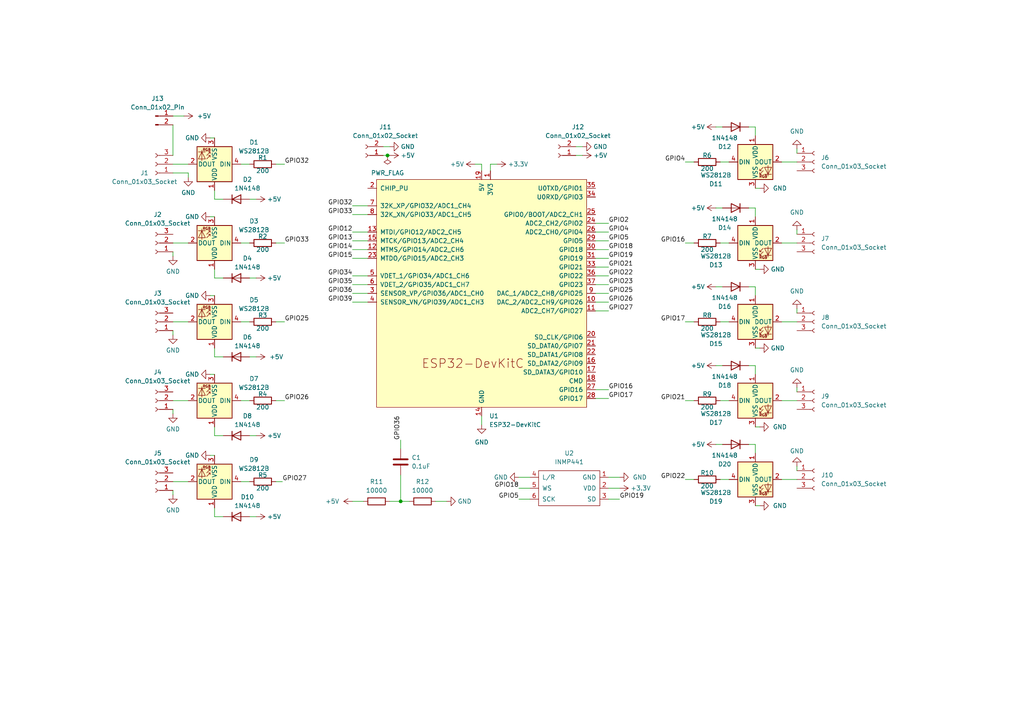
<source format=kicad_sch>
(kicad_sch (version 20230121) (generator eeschema)
  (paper "A4")
  (title_block (title "Phonic Bloom") (date "2024-12-21") (rev "1") (company "Brandon Skari") (comment 1 "https://github.com/bskari/apogaea/piddle/"))
  (lib_symbols
    (symbol "Connector:Conn_01x02_Pin" (pin_names (offset 1.016) hide)
      (property "Reference" "J" (at 0 2.54 0))
      (property "Value" "Conn_01x02_Pin" (at 0 -5.08 0))
      (symbol "Conn_01x02_Pin_1_1"
        (polyline (pts (xy 1.27 -2.54) (xy 0.8636 -2.54)) (stroke (width 0.1524)))
        (polyline (pts (xy 1.27 0) (xy 0.8636 0)) (stroke (width 0.1524)))
        (rectangle (start 0.8636 -2.413) (end 0 -2.667) (stroke (width 0.1524)) (fill (type outline)))
        (rectangle (start 0.8636 0.127) (end 0 -0.127) (stroke (width 0.1524)) (fill (type outline)))
        (pin passive line (at 5.08 0 180) (length 3.81) (name "Pin_1") (number "1"))
        (pin passive line (at 5.08 -2.54 180) (length 3.81) (name "Pin_2") (number "2"))
      )
    )
    (symbol "Connector:Conn_01x02_Socket" (pin_names (offset 1.016) hide)
      (property "Reference" "J" (at 0 2.54 0))
      (property "Value" "Conn_01x02_Socket" (at 0 -5.08 0))
      (symbol "Conn_01x02_Socket_1_1"
        (arc (start 0 -2.032) (mid -0.5058 -2.54) (end 0 -3.048) (stroke (width 0.1524)))
        (polyline (pts (xy -1.27 -2.54) (xy -0.508 -2.54)) (stroke (width 0.1524)))
        (polyline (pts (xy -1.27 0) (xy -0.508 0)) (stroke (width 0.1524)))
        (arc (start 0 0.508) (mid -0.5058 0) (end 0 -0.508) (stroke (width 0.1524)))
        (pin passive line (at -5.08 0 0) (length 3.81) (name "Pin_1") (number "1"))
        (pin passive line (at -5.08 -2.54 0) (length 3.81) (name "Pin_2") (number "2"))
      )
    )
    (symbol "Connector:Conn_01x03_Socket" (pin_names (offset 1.016) hide)
      (property "Reference" "J" (at 0 5.08 0))
      (property "Value" "Conn_01x03_Socket" (at 0 -5.08 0))
      (symbol "Conn_01x03_Socket_1_1"
        (arc (start 0 -2.032) (mid -0.5058 -2.54) (end 0 -3.048) (stroke (width 0.1524)))
        (polyline (pts (xy -1.27 -2.54) (xy -0.508 -2.54)) (stroke (width 0.1524)))
        (polyline (pts (xy -1.27 0) (xy -0.508 0)) (stroke (width 0.1524)))
        (polyline (pts (xy -1.27 2.54) (xy -0.508 2.54)) (stroke (width 0.1524)))
        (arc (start 0 0.508) (mid -0.5058 0) (end 0 -0.508) (stroke (width 0.1524)))
        (arc (start 0 3.048) (mid -0.5058 2.54) (end 0 2.032) (stroke (width 0.1524)))
        (pin passive line (at -5.08 2.54 0) (length 3.81) (name "Pin_1") (number "1"))
        (pin passive line (at -5.08 0 0) (length 3.81) (name "Pin_2") (number "2"))
        (pin passive line (at -5.08 -2.54 0) (length 3.81) (name "Pin_3") (number "3"))
      )
    )
    (symbol "Device:C" (pin_numbers hide) (pin_names (offset 0.254))
      (property "Reference" "C" (at 0.635 2.54 0))
      (property "Value" "C" (at 0.635 -2.54 0))
      (symbol "C_0_1"
        (polyline (pts (xy -2.032 -0.762) (xy 2.032 -0.762)) (stroke (width 0.508)))
        (polyline (pts (xy -2.032 0.762) (xy 2.032 0.762)) (stroke (width 0.508)))
      )
      (symbol "C_1_1"
        (pin passive line (at 0 3.81 270) (length 2.794) (name "~") (number "1"))
        (pin passive line (at 0 -3.81 90) (length 2.794) (name "~") (number "2"))
      )
    )
    (symbol "Device:R" (pin_numbers hide) (pin_names (offset 0))
      (property "Reference" "R" (at 2.032 0 90))
      (property "Value" "R" (at 0 0 90))
      (symbol "R_0_1"
        (rectangle (start -1.016 -2.54) (end 1.016 2.54) (stroke (width 0.254)))
      )
      (symbol "R_1_1"
        (pin passive line (at 0 3.81 270) (length 1.27) (name "~") (number "1"))
        (pin passive line (at 0 -3.81 90) (length 1.27) (name "~") (number "2"))
      )
    )
    (symbol "Diode:1N4148" (pin_numbers hide) (pin_names hide)
      (property "Reference" "D" (at 0 2.54 0))
      (property "Value" "1N4148" (at 0 -2.54 0))
      (symbol "1N4148_0_1"
        (polyline (pts (xy -1.27 1.27) (xy -1.27 -1.27)) (stroke (width 0.254)))
        (polyline (pts (xy 1.27 0) (xy -1.27 0)))
        (polyline (pts (xy 1.27 1.27) (xy 1.27 -1.27) (xy -1.27 0) (xy 1.27 1.27)) (stroke (width 0.254)))
      )
      (symbol "1N4148_1_1"
        (pin passive line (at -3.81 0 0) (length 2.54) (name "K") (number "1"))
        (pin passive line (at 3.81 0 180) (length 2.54) (name "A") (number "2"))
      )
    )
    (symbol "INMP441:INMP441" (pin_names (offset 1.016))
      (property "Reference" "U" (at 0 0 0))
      (property "Value" "INMP441" (at 0 1.905 0))
      (symbol "INMP441_0_1"
        (rectangle (start -8.89 6.35) (end 8.89 -3.81))
      )
      (symbol "INMP441_1_1"
        (pin power_out line (at 11.43 4.445 180) (length 2.54) (name "GND") (number "1"))
        (pin power_out line (at 11.43 1.27 180) (length 2.54) (name "VDD") (number "2"))
        (pin bidirectional line (at 11.43 -1.905 180) (length 2.54) (name "SD") (number "3"))
        (pin bidirectional line (at -11.43 4.445 0) (length 2.54) (name "L/R") (number "4"))
        (pin bidirectional line (at -11.43 1.27 0) (length 2.54) (name "WS") (number "5"))
        (pin bidirectional line (at -11.43 -1.905 0) (length 2.54) (name "SCK") (number "6"))
      )
    )
    (symbol "LED:WS2812B" (pin_names (offset 0.254))
      (property "Reference" "D" (at 5.08 5.715 0))
      (property "Value" "WS2812B" (at 1.27 -5.715 0))
      (symbol "WS2812B_0_0"
        (text "RGB" (at 2.286 -4.191 0) (effects (font (size 0.762 0.762))))
      )
      (symbol "WS2812B_0_1"
        (polyline (pts (xy 1.27 -3.556) (xy 1.778 -3.556)))
        (polyline (pts (xy 1.27 -2.54) (xy 1.778 -2.54)))
        (polyline (pts (xy 4.699 -3.556) (xy 2.667 -3.556)))
        (polyline (pts (xy 2.286 -2.54) (xy 1.27 -3.556) (xy 1.27 -3.048)))
        (polyline (pts (xy 2.286 -1.524) (xy 1.27 -2.54) (xy 1.27 -2.032)))
        (polyline (pts (xy 3.683 -1.016) (xy 3.683 -3.556) (xy 3.683 -4.064)))
        (polyline (pts (xy 4.699 -1.524) (xy 2.667 -1.524) (xy 3.683 -3.556) (xy 4.699 -1.524)))
        (rectangle (start 5.08 5.08) (end -5.08 -5.08) (stroke (width 0.254)) (fill (type background)))
      )
      (symbol "WS2812B_1_1"
        (pin power_in line (at 0 7.62 270) (length 2.54) (name "VDD") (number "1"))
        (pin output line (at 7.62 0 180) (length 2.54) (name "DOUT") (number "2"))
        (pin power_in line (at 0 -7.62 90) (length 2.54) (name "VSS") (number "3"))
        (pin input line (at -7.62 0 0) (length 2.54) (name "DIN") (number "4"))
      )
    )
    (symbol "PCM_Espressif:ESP32-DevKitC" (pin_names (offset 1.016))
      (property "Reference" "U" (at -30.48 38.1 0))
      (property "Value" "ESP32-DevKitC" (at -30.48 35.56 0))
      (symbol "ESP32-DevKitC_0_0"
        (text "ESP32-DevKitC" (at -2.54 -20.32 0) (effects (font (size 2.54 2.54))))
        (pin power_in line (at 0 -35.56 90) (length 2.54) (name "GND") (number "14"))
        (pin power_in line (at 0 35.56 270) (length 2.54) (name "5V") (number "19"))
      )
      (symbol "ESP32-DevKitC_0_1"
        (rectangle (start -30.48 33.02) (end 30.48 -33.02) (fill (type background)))
      )
      (symbol "ESP32-DevKitC_1_1"
        (pin power_in line (at 2.54 35.56 270) (length 2.54) (name "3V3") (number "1"))
        (pin bidirectional line (at 33.02 -2.54 180) (length 2.54) (name "DAC_2/ADC2_CH9/GPIO26") (number "10"))
        (pin bidirectional line (at 33.02 -5.08 180) (length 2.54) (name "ADC2_CH7/GPIO27") (number "11"))
        (pin bidirectional line (at -33.02 12.7 0) (length 2.54) (name "MTMS/GPIO14/ADC2_CH6") (number "12"))
        (pin bidirectional line (at -33.02 17.78 0) (length 2.54) (name "MTDI/GPIO12/ADC2_CH5") (number "13"))
        (pin bidirectional line (at -33.02 15.24 0) (length 2.54) (name "MTCK/GPIO13/ADC2_CH4") (number "15"))
        (pin bidirectional line (at 33.02 -20.32 180) (length 2.54) (name "SD_DATA2/GPIO9") (number "16"))
        (pin bidirectional line (at 33.02 -22.86 180) (length 2.54) (name "SD_DATA3/GPIO10") (number "17"))
        (pin bidirectional line (at 33.02 -25.4 180) (length 2.54) (name "CMD") (number "18"))
        (pin input line (at -33.02 30.48 0) (length 2.54) (name "CHIP_PU") (number "2"))
        (pin bidirectional line (at 33.02 -12.7 180) (length 2.54) (name "SD_CLK/GPIO6") (number "20"))
        (pin bidirectional line (at 33.02 -15.24 180) (length 2.54) (name "SD_DATA0/GPIO7") (number "21"))
        (pin bidirectional line (at 33.02 -17.78 180) (length 2.54) (name "SD_DATA1/GPIO8") (number "22"))
        (pin bidirectional line (at -33.02 10.16 0) (length 2.54) (name "MTDO/GPIO15/ADC2_CH3") (number "23"))
        (pin bidirectional line (at 33.02 20.32 180) (length 2.54) (name "ADC2_CH2/GPIO2") (number "24"))
        (pin bidirectional line (at 33.02 22.86 180) (length 2.54) (name "GPIO0/BOOT/ADC2_CH1") (number "25"))
        (pin bidirectional line (at 33.02 17.78 180) (length 2.54) (name "ADC2_CH0/GPIO4") (number "26"))
        (pin bidirectional line (at 33.02 -27.94 180) (length 2.54) (name "GPIO16") (number "27"))
        (pin bidirectional line (at 33.02 -30.48 180) (length 2.54) (name "GPIO17") (number "28"))
        (pin bidirectional line (at 33.02 15.24 180) (length 2.54) (name "GPIO5") (number "29"))
        (pin input line (at -33.02 0 0) (length 2.54) (name "SENSOR_VP/GPIO36/ADC1_CH0") (number "3"))
        (pin bidirectional line (at 33.02 12.7 180) (length 2.54) (name "GPIO18") (number "30"))
        (pin bidirectional line (at 33.02 10.16 180) (length 2.54) (name "GPIO19") (number "31"))
        (pin passive line (at 0 -35.56 90) (length 2.54) hide (name "GND") (number "32"))
        (pin bidirectional line (at 33.02 7.62 180) (length 2.54) (name "GPIO21") (number "33"))
        (pin bidirectional line (at 33.02 27.94 180) (length 2.54) (name "U0RXD/GPIO3") (number "34"))
        (pin bidirectional line (at 33.02 30.48 180) (length 2.54) (name "U0TXD/GPIO1") (number "35"))
        (pin bidirectional line (at 33.02 5.08 180) (length 2.54) (name "GPIO22") (number "36"))
        (pin bidirectional line (at 33.02 2.54 180) (length 2.54) (name "GPIO23") (number "37"))
        (pin passive line (at 0 -35.56 90) (length 2.54) hide (name "GND") (number "38"))
        (pin input line (at -33.02 -2.54 0) (length 2.54) (name "SENSOR_VN/GPIO39/ADC1_CH3") (number "4"))
        (pin input line (at -33.02 5.08 0) (length 2.54) (name "VDET_1/GPIO34/ADC1_CH6") (number "5"))
        (pin input line (at -33.02 2.54 0) (length 2.54) (name "VDET_2/GPIO35/ADC1_CH7") (number "6"))
        (pin bidirectional line (at -33.02 25.4 0) (length 2.54) (name "32K_XP/GPIO32/ADC1_CH4") (number "7"))
        (pin bidirectional line (at -33.02 22.86 0) (length 2.54) (name "32K_XN/GPIO33/ADC1_CH5") (number "8"))
        (pin bidirectional line (at 33.02 0 180) (length 2.54) (name "DAC_1/ADC2_CH8/GPIO25") (number "9"))
      )
    )
    (symbol "power:+3.3V" (power) (pin_names (offset 0))
      (property "Value" "+3.3V" (at 0 3.556 0))
      (symbol "+3.3V_0_1"
        (polyline (pts (xy -0.762 1.27) (xy 0 2.54)))
        (polyline (pts (xy 0 0) (xy 0 2.54)))
        (polyline (pts (xy 0 2.54) (xy 0.762 1.27)))
      )
      (symbol "+3.3V_1_1"
        (pin power_in line (at 0 0 90) (length 0) hide (name "+3.3V") (number "1"))
      )
    )
    (symbol "power:+5V" (power) (pin_names (offset 0))
      (property "Value" "+5V" (at 0 3.556 0))
      (symbol "+5V_0_1"
        (polyline (pts (xy -0.762 1.27) (xy 0 2.54)))
        (polyline (pts (xy 0 0) (xy 0 2.54)))
        (polyline (pts (xy 0 2.54) (xy 0.762 1.27)))
      )
      (symbol "+5V_1_1"
        (pin power_in line (at 0 0 90) (length 0) hide (name "+5V") (number "1"))
      )
    )
    (symbol "power:GND" (power) (pin_names (offset 0))
      (property "Value" "GND" (at 0 -3.81 0))
      (symbol "GND_0_1"
        (polyline (pts (xy 0 0) (xy 0 -1.27) (xy 1.27 -1.27) (xy 0 -2.54) (xy -1.27 -1.27) (xy 0 -1.27)))
      )
      (symbol "GND_1_1"
        (pin power_in line (at 0 0 270) (length 0) hide (name "GND") (number "1"))
      )
    )
    (symbol "power:PWR_FLAG" (power) (pin_numbers hide) (pin_names (offset 0) hide)
      (property "Value" "PWR_FLAG" (at 0 3.81 0))
      (symbol "PWR_FLAG_0_0"
        (pin power_out line (at 0 0 90) (length 0) (name "pwr") (number "1"))
      )
      (symbol "PWR_FLAG_0_1"
        (polyline (pts (xy 0 0) (xy 0 1.27) (xy -1.016 1.905) (xy 0 2.54) (xy 1.016 1.905) (xy 0 1.27)))
      )
    )
  )
  (junction (at 116.205 145.415))
  (junction (at 112.395 45.085))
  (wire (pts (xy 102.235 145.415) (xy 105.41 145.415)))
  (wire (pts (xy 172.72 87.63) (xy 176.53 87.63)))
  (wire (pts (xy 113.03 145.415) (xy 116.205 145.415)))
  (wire (pts (xy 139.7 120.65) (xy 139.7 123.19)))
  (wire (pts (xy 208.915 116.205) (xy 211.455 116.205)))
  (wire (pts (xy 172.72 115.57) (xy 176.53 115.57)))
  (wire (pts (xy 207.645 128.905) (xy 209.55 128.905)))
  (wire (pts (xy 217.17 83.185) (xy 219.075 83.185)))
  (wire (pts (xy 172.72 113.03) (xy 176.53 113.03)))
  (wire (pts (xy 219.075 36.83) (xy 219.075 39.37)))
  (wire (pts (xy 150.495 138.43) (xy 153.67 138.43)))
  (wire (pts (xy 60.96 108.585) (xy 62.23 108.585)))
  (wire (pts (xy 62.23 123.825) (xy 62.23 126.365)))
  (wire (pts (xy 207.645 60.325) (xy 209.55 60.325)))
  (wire (pts (xy 72.39 80.645) (xy 74.295 80.645)))
  (wire (pts (xy 172.72 80.01) (xy 176.53 80.01)))
  (wire (pts (xy 219.075 54.61) (xy 220.345 54.61)))
  (wire (pts (xy 80.01 70.485) (xy 82.55 70.485)))
  (wire (pts (xy 172.72 82.55) (xy 176.53 82.55)))
  (wire (pts (xy 80.01 47.625) (xy 82.55 47.625)))
  (wire (pts (xy 60.96 85.725) (xy 62.23 85.725)))
  (wire (pts (xy 102.235 74.93) (xy 106.68 74.93)))
  (wire (pts (xy 116.205 137.795) (xy 116.205 145.415)))
  (wire (pts (xy 111.125 45.085) (xy 112.395 45.085)))
  (wire (pts (xy 111.125 42.545) (xy 113.03 42.545)))
  (wire (pts (xy 64.77 149.86) (xy 62.23 149.86)))
  (wire (pts (xy 60.96 132.08) (xy 62.23 132.08)))
  (wire (pts (xy 50.165 50.165) (xy 54.61 50.165)))
  (wire (pts (xy 231.14 139.065) (xy 226.695 139.065)))
  (wire (pts (xy 172.72 77.47) (xy 176.53 77.47)))
  (wire (pts (xy 176.53 144.78) (xy 179.705 144.78)))
  (wire (pts (xy 172.72 64.77) (xy 176.53 64.77)))
  (wire (pts (xy 198.755 46.99) (xy 201.295 46.99)))
  (wire (pts (xy 150.495 141.605) (xy 153.67 141.605)))
  (wire (pts (xy 116.205 127.635) (xy 116.205 130.175)))
  (wire (pts (xy 219.075 83.185) (xy 219.075 85.725)))
  (wire (pts (xy 62.23 103.505) (xy 62.23 100.965)))
  (wire (pts (xy 102.235 80.01) (xy 106.68 80.01)))
  (wire (pts (xy 172.72 69.85) (xy 176.53 69.85)))
  (wire (pts (xy 231.14 93.345) (xy 226.695 93.345)))
  (wire (pts (xy 219.075 100.965) (xy 220.345 100.965)))
  (wire (pts (xy 80.01 93.345) (xy 82.55 93.345)))
  (wire (pts (xy 207.645 36.83) (xy 209.55 36.83)))
  (wire (pts (xy 69.85 93.345) (xy 72.39 93.345)))
  (wire (pts (xy 198.755 93.345) (xy 201.295 93.345)))
  (wire (pts (xy 207.645 106.045) (xy 209.55 106.045)))
  (wire (pts (xy 50.165 139.7) (xy 54.61 139.7)))
  (wire (pts (xy 50.165 33.655) (xy 53.34 33.655)))
  (wire (pts (xy 69.85 116.205) (xy 72.39 116.205)))
  (wire (pts (xy 231.14 112.395) (xy 231.14 113.665)))
  (wire (pts (xy 231.14 66.675) (xy 231.14 67.945)))
  (wire (pts (xy 172.72 85.09) (xy 176.53 85.09)))
  (wire (pts (xy 69.85 70.485) (xy 72.39 70.485)))
  (wire (pts (xy 198.755 139.065) (xy 201.295 139.065)))
  (wire (pts (xy 50.165 93.345) (xy 54.61 93.345)))
  (wire (pts (xy 72.39 126.365) (xy 74.295 126.365)))
  (wire (pts (xy 167.005 42.545) (xy 168.91 42.545)))
  (wire (pts (xy 69.85 139.7) (xy 72.39 139.7)))
  (wire (pts (xy 64.77 57.785) (xy 62.23 57.785)))
  (wire (pts (xy 208.915 93.345) (xy 211.455 93.345)))
  (wire (pts (xy 207.645 83.185) (xy 209.55 83.185)))
  (wire (pts (xy 102.235 85.09) (xy 106.68 85.09)))
  (wire (pts (xy 62.23 149.86) (xy 62.23 147.32)))
  (wire (pts (xy 198.755 116.205) (xy 201.295 116.205)))
  (wire (pts (xy 62.23 80.645) (xy 62.23 78.105)))
  (wire (pts (xy 72.39 149.86) (xy 74.295 149.86)))
  (wire (pts (xy 60.96 62.865) (xy 62.23 62.865)))
  (wire (pts (xy 219.075 106.045) (xy 219.075 108.585)))
  (wire (pts (xy 219.075 78.105) (xy 220.345 78.105)))
  (wire (pts (xy 50.165 118.745) (xy 50.165 120.015)))
  (wire (pts (xy 102.235 67.31) (xy 106.68 67.31)))
  (wire (pts (xy 167.005 45.085) (xy 168.91 45.085)))
  (wire (pts (xy 150.495 144.78) (xy 153.67 144.78)))
  (wire (pts (xy 137.795 47.625) (xy 139.7 47.625)))
  (wire (pts (xy 116.205 145.415) (xy 118.745 145.415)))
  (wire (pts (xy 50.165 73.025) (xy 50.165 74.295)))
  (wire (pts (xy 126.365 145.415) (xy 129.54 145.415)))
  (wire (pts (xy 208.915 139.065) (xy 211.455 139.065)))
  (wire (pts (xy 112.395 45.085) (xy 113.03 45.085)))
  (wire (pts (xy 198.755 70.485) (xy 201.295 70.485)))
  (wire (pts (xy 176.53 138.43) (xy 179.705 138.43)))
  (wire (pts (xy 102.235 59.69) (xy 106.68 59.69)))
  (wire (pts (xy 219.075 128.905) (xy 219.075 131.445)))
  (wire (pts (xy 172.72 67.31) (xy 176.53 67.31)))
  (wire (pts (xy 54.61 50.165) (xy 54.61 51.435)))
  (wire (pts (xy 102.235 87.63) (xy 106.68 87.63)))
  (wire (pts (xy 80.01 139.7) (xy 81.915 139.7)))
  (wire (pts (xy 102.235 72.39) (xy 106.68 72.39)))
  (wire (pts (xy 208.915 46.99) (xy 211.455 46.99)))
  (wire (pts (xy 231.14 43.18) (xy 231.14 44.45)))
  (wire (pts (xy 62.23 126.365) (xy 64.77 126.365)))
  (wire (pts (xy 72.39 57.785) (xy 74.295 57.785)))
  (wire (pts (xy 219.075 123.825) (xy 220.345 123.825)))
  (wire (pts (xy 172.72 72.39) (xy 176.53 72.39)))
  (wire (pts (xy 72.39 103.505) (xy 74.295 103.505)))
  (wire (pts (xy 64.77 80.645) (xy 62.23 80.645)))
  (wire (pts (xy 142.24 47.625) (xy 142.24 49.53)))
  (wire (pts (xy 219.075 60.325) (xy 219.075 62.865)))
  (wire (pts (xy 217.17 106.045) (xy 219.075 106.045)))
  (wire (pts (xy 60.96 40.005) (xy 62.23 40.005)))
  (wire (pts (xy 144.145 47.625) (xy 142.24 47.625)))
  (wire (pts (xy 217.17 128.905) (xy 219.075 128.905)))
  (wire (pts (xy 69.85 47.625) (xy 72.39 47.625)))
  (wire (pts (xy 50.165 95.885) (xy 50.165 97.155)))
  (wire (pts (xy 176.53 141.605) (xy 179.705 141.605)))
  (wire (pts (xy 208.915 70.485) (xy 211.455 70.485)))
  (wire (pts (xy 219.075 146.685) (xy 220.345 146.685)))
  (wire (pts (xy 172.72 90.17) (xy 176.53 90.17)))
  (wire (pts (xy 231.14 116.205) (xy 226.695 116.205)))
  (wire (pts (xy 102.235 82.55) (xy 106.68 82.55)))
  (wire (pts (xy 217.17 60.325) (xy 219.075 60.325)))
  (wire (pts (xy 231.14 46.99) (xy 226.695 46.99)))
  (wire (pts (xy 231.14 70.485) (xy 226.695 70.485)))
  (wire (pts (xy 62.23 57.785) (xy 62.23 55.245)))
  (wire (pts (xy 217.17 36.83) (xy 219.075 36.83)))
  (wire (pts (xy 139.7 47.625) (xy 139.7 49.53)))
  (wire (pts (xy 231.14 89.535) (xy 231.14 90.805)))
  (wire (pts (xy 50.165 47.625) (xy 54.61 47.625)))
  (wire (pts (xy 50.165 142.24) (xy 50.165 143.51)))
  (wire (pts (xy 172.72 74.93) (xy 176.53 74.93)))
  (wire (pts (xy 80.01 116.205) (xy 82.55 116.205)))
  (wire (pts (xy 50.165 116.205) (xy 54.61 116.205)))
  (wire (pts (xy 64.77 103.505) (xy 62.23 103.505)))
  (wire (pts (xy 50.165 70.485) (xy 54.61 70.485)))
  (wire (pts (xy 102.235 69.85) (xy 106.68 69.85)))
  (wire (pts (xy 231.14 135.255) (xy 231.14 136.525)))
  (wire (pts (xy 102.235 62.23) (xy 106.68 62.23)))
  (wire (pts (xy 50.165 36.195) (xy 50.165 45.085)))
  (label "GPIO22" (at 198.755 139.065 180))
  (label "GPIO5" (at 176.53 69.85 0))
  (label "GPIO14" (at 102.235 72.39 180))
  (label "GPIO25" (at 176.53 85.09 0))
  (label "GPIO32" (at 82.55 47.625 0))
  (label "GPIO36" (at 102.235 85.09 180))
  (label "GPIO17" (at 176.53 115.57 0))
  (label "GPIO33" (at 102.235 62.23 180))
  (label "GPIO18" (at 176.53 72.39 0))
  (label "GPIO21" (at 176.53 77.47 0))
  (label "GPIO26" (at 82.55 116.205 0))
  (label "GPIO2" (at 176.53 64.77 0))
  (label "GPIO33" (at 82.55 70.485 0))
  (label "GPIO36" (at 116.205 127.635 90))
  (label "GPIO39" (at 102.235 87.63 180))
  (label "GPIO16" (at 198.755 70.485 180))
  (label "GPIO22" (at 176.53 80.01 0))
  (label "GPIO35" (at 102.235 82.55 180))
  (label "GPIO21" (at 198.755 116.205 180))
  (label "GPIO5" (at 150.495 144.78 180))
  (label "GPIO13" (at 102.235 69.85 180))
  (label "GPIO12" (at 102.235 67.31 180))
  (label "GPIO27" (at 176.53 90.17 0))
  (label "GPIO34" (at 102.235 80.01 180))
  (label "GPIO25" (at 82.55 93.345 0))
  (label "GPIO18" (at 150.495 141.605 180))
  (label "GPIO19" (at 179.705 144.78 0))
  (label "GPIO27" (at 81.915 139.7 0))
  (label "GPIO16" (at 176.53 113.03 0))
  (label "GPIO32" (at 102.235 59.69 180))
  (label "GPIO15" (at 102.235 74.93 180))
  (label "GPIO4" (at 176.53 67.31 0))
  (label "GPIO19" (at 176.53 74.93 0))
  (label "GPIO26" (at 176.53 87.63 0))
  (label "GPIO17" (at 198.755 93.345 180))
  (label "GPIO23" (at 176.53 82.55 0))
  (label "GPIO4" (at 198.755 46.99 180))
  (symbol (lib_id "power:GND") (at 220.345 54.61 90) (unit 1)
    (property "Reference" "#PWR0116" (effects hide))
    (property "Value" "GND" (at 224.155 54.61 90) (effects (justify right)))
  )
  (symbol (lib_id "Diode:1N4148") (at 213.36 36.83 180) (unit 1)
    (property "Reference" "D12" (at 210.185 42.545 0))
    (property "Value" "1N4148" (at 210.185 40.005 0))
    (property "Footprint" "Diode_THT:D_DO-35_SOD27_P7.62mm_Horizontal" (effects hide))
    (property "Datasheet" "https://assets.nexperia.com/documents/data-sheet/1N4148_1N4448.pdf" (effects hide))
    (property "Sim.Device" "D" (effects hide))
    (property "Sim.Pins" "1=K 2=A" (effects hide))
  )
  (symbol (lib_id "Connector:Conn_01x03_Socket") (at 236.22 70.485 0) (unit 1)
    (property "Reference" "J7" (at 238.125 69.215 0) (effects (justify left)))
    (property "Value" "Conn_01x03_Socket" (at 238.125 71.755 0) (effects (justify left)))
    (property "Footprint" "Connector_JST:JST_PH_S3B-PH-K_1x03_P2.00mm_Horizontal" (effects hide))
  )
  (symbol (lib_id "power:GND") (at 50.165 120.015 0) (unit 1)
    (property "Reference" "#PWR0122" (effects hide))
    (property "Value" "GND" (at 50.165 124.46 0))
  )
  (symbol (lib_id "power:GND") (at 220.345 123.825 90) (unit 1)
    (property "Reference" "#PWR0113" (effects hide))
    (property "Value" "GND" (at 224.155 123.825 90) (effects (justify right)))
  )
  (symbol (lib_id "power:GND") (at 231.14 66.675 180) (unit 1)
    (property "Reference" "#PWR0129" (effects hide))
    (property "Value" "GND" (at 231.14 61.595 0))
  )
  (symbol (lib_id "power:GND") (at 220.345 100.965 90) (unit 1)
    (property "Reference" "#PWR0108" (effects hide))
    (property "Value" "GND" (at 223.52 100.965 90) (effects (justify right)))
  )
  (symbol (lib_id "Connector:Conn_01x03_Socket") (at 45.085 47.625 180) (unit 1)
    (property "Reference" "J1" (at 41.91 50.165 0))
    (property "Value" "Conn_01x03_Socket" (at 41.91 52.705 0))
    (property "Footprint" "Connector_JST:JST_PH_S3B-PH-K_1x03_P2.00mm_Horizontal" (effects hide))
  )
  (symbol (lib_id "Device:C") (at 116.205 133.985 0) (unit 1)
    (property "Reference" "C1" (at 119.38 132.715 0) (effects (justify left)))
    (property "Value" "0.1uF" (at 119.38 135.255 0) (effects (justify left)))
    (property "Footprint" "Capacitor_SMD:C_0603_1608Metric" (effects hide))
  )
  (symbol (lib_id "power:GND") (at 179.705 138.43 90) (unit 1)
    (property "Reference" "#PWR0109" (effects hide))
    (property "Value" "GND" (at 183.515 138.43 90) (effects (justify right)))
  )
  (symbol (lib_id "Connector:Conn_01x03_Socket") (at 236.22 139.065 0) (unit 1)
    (property "Reference" "J10" (at 238.125 137.795 0) (effects (justify left)))
    (property "Value" "Conn_01x03_Socket" (at 238.125 140.335 0) (effects (justify left)))
    (property "Footprint" "Connector_JST:JST_PH_S3B-PH-K_1x03_P2.00mm_Horizontal" (effects hide))
  )
  (symbol (lib_id "Connector:Conn_01x03_Socket") (at 45.085 116.205 180) (unit 1)
    (property "Reference" "J4" (at 45.72 107.95 0))
    (property "Value" "Conn_01x03_Socket" (at 45.72 110.49 0))
    (property "Footprint" "Connector_JST:JST_PH_S3B-PH-K_1x03_P2.00mm_Horizontal" (effects hide))
  )
  (symbol (lib_id "power:+5V") (at 53.34 33.655 270) (unit 1)
    (property "Reference" "#PWR012" (effects hide))
    (property "Value" "+5V" (at 57.15 33.655 90) (effects (justify left)))
  )
  (symbol (lib_id "Diode:1N4148") (at 213.36 83.185 180) (unit 1)
    (property "Reference" "D16" (at 210.185 88.9 0))
    (property "Value" "1N4148" (at 210.185 86.36 0))
    (property "Footprint" "Diode_THT:D_DO-35_SOD27_P7.62mm_Horizontal" (effects hide))
    (property "Datasheet" "https://assets.nexperia.com/documents/data-sheet/1N4148_1N4448.pdf" (effects hide))
    (property "Sim.Device" "D" (effects hide))
    (property "Sim.Pins" "1=K 2=A" (effects hide))
  )
  (symbol (lib_id "Diode:1N4148") (at 68.58 57.785 0) (unit 1)
    (property "Reference" "D2" (at 71.755 52.07 0))
    (property "Value" "1N4148" (at 71.755 54.61 0))
    (property "Footprint" "Diode_THT:D_DO-35_SOD27_P7.62mm_Horizontal" (effects hide))
    (property "Datasheet" "https://assets.nexperia.com/documents/data-sheet/1N4148_1N4448.pdf" (effects hide))
    (property "Sim.Device" "D" (effects hide))
    (property "Sim.Pins" "1=K 2=A" (effects hide))
  )
  (symbol (lib_id "PCM_Espressif:ESP32-DevKitC") (at 139.7 85.09 0) (unit 1)
    (property "Reference" "U1" (at 141.8941 120.65 0) (effects (justify left)))
    (property "Value" "ESP32-DevKitC" (at 141.8941 123.19 0) (effects (justify left)))
    (property "Footprint" "PCM_Espressif:ESP32-DevKitC" (effects hide))
    (property "Datasheet" "https://docs.espressif.com/projects/esp-idf/zh_CN/latest/esp32/hw-reference/esp32/get-started-devkitc.html" (effects hide))
  )
  (symbol (lib_id "power:+5V") (at 74.295 149.86 270) (unit 1)
    (property "Reference" "#PWR0104" (effects hide))
    (property "Value" "+5V" (at 77.47 149.86 90) (effects (justify left)))
  )
  (symbol (lib_id "power:GND") (at 60.96 85.725 270) (unit 1)
    (property "Reference" "#PWR0102" (effects hide))
    (property "Value" "GND" (at 57.785 85.725 90) (effects (justify right)))
  )
  (symbol (lib_id "Connector:Conn_01x03_Socket") (at 236.22 46.99 0) (unit 1)
    (property "Reference" "J6" (at 238.125 45.72 0) (effects (justify left)))
    (property "Value" "Conn_01x03_Socket" (at 238.125 48.26 0) (effects (justify left)))
    (property "Footprint" "Connector_JST:JST_PH_S3B-PH-K_1x03_P2.00mm_Horizontal" (effects hide))
  )
  (symbol (lib_id "Device:R") (at 205.105 139.065 270) (unit 1)
    (property "Reference" "R10" (at 205.105 137.16 90))
    (property "Value" "200" (at 205.105 140.97 90))
    (property "Footprint" "Resistor_SMD:R_0805_2012Metric" (effects hide))
  )
  (symbol (lib_id "power:+5V") (at 74.295 80.645 270) (unit 1)
    (property "Reference" "#PWR0120" (effects hide))
    (property "Value" "+5V" (at 77.47 80.645 90) (effects (justify left)))
  )
  (symbol (lib_id "Diode:1N4148") (at 68.58 126.365 0) (unit 1)
    (property "Reference" "D8" (at 71.755 120.65 0))
    (property "Value" "1N4148" (at 71.755 123.19 0))
    (property "Footprint" "Diode_THT:D_DO-35_SOD27_P7.62mm_Horizontal" (effects hide))
    (property "Datasheet" "https://assets.nexperia.com/documents/data-sheet/1N4148_1N4448.pdf" (effects hide))
    (property "Sim.Device" "D" (effects hide))
    (property "Sim.Pins" "1=K 2=A" (effects hide))
  )
  (symbol (lib_id "Diode:1N4148") (at 213.36 128.905 180) (unit 1)
    (property "Reference" "D20" (at 210.185 134.62 0))
    (property "Value" "1N4148" (at 210.185 132.08 0))
    (property "Footprint" "Diode_THT:D_DO-35_SOD27_P7.62mm_Horizontal" (effects hide))
    (property "Datasheet" "https://assets.nexperia.com/documents/data-sheet/1N4148_1N4448.pdf" (effects hide))
    (property "Sim.Device" "D" (effects hide))
    (property "Sim.Pins" "1=K 2=A" (effects hide))
  )
  (symbol (lib_id "Device:R") (at 76.2 47.625 270) (unit 1)
    (property "Reference" "R1" (at 76.2 45.72 90))
    (property "Value" "200" (at 76.2 49.53 90))
    (property "Footprint" "Resistor_SMD:R_0805_2012Metric" (effects hide))
  )
  (symbol (lib_id "power:GND") (at 60.96 108.585 270) (unit 1)
    (property "Reference" "#PWR0101" (effects hide))
    (property "Value" "GND" (at 57.785 108.585 90) (effects (justify right)))
  )
  (symbol (lib_id "Device:R") (at 76.2 93.345 270) (unit 1)
    (property "Reference" "R3" (at 76.2 91.44 90))
    (property "Value" "200" (at 76.2 95.25 90))
    (property "Footprint" "Resistor_SMD:R_0805_2012Metric" (effects hide))
  )
  (symbol (lib_id "LED:WS2812B") (at 62.23 93.345 180) (unit 1)
    (property "Reference" "D5" (at 73.66 86.995 0))
    (property "Value" "WS2812B" (at 73.66 89.535 0))
    (property "Footprint" "LED_SMD:LED_WS2812B_PLCC4_5.0x5.0mm_P3.2mm" (effects hide))
    (property "Datasheet" "https://cdn-shop.adafruit.com/datasheets/WS2812B.pdf" (effects hide))
  )
  (symbol (lib_id "Device:R") (at 122.555 145.415 90) (unit 1)
    (property "Reference" "R12" (at 122.555 139.7 90))
    (property "Value" "10000" (at 122.555 142.24 90))
    (property "Footprint" "Resistor_SMD:R_0805_2012Metric" (effects hide))
  )
  (symbol (lib_id "power:GND") (at 50.165 74.295 0) (unit 1)
    (property "Reference" "#PWR07" (effects hide))
    (property "Value" "GND" (at 50.165 78.74 0))
  )
  (symbol (lib_id "Connector:Conn_01x03_Socket") (at 45.085 93.345 180) (unit 1)
    (property "Reference" "J3" (at 45.72 85.09 0))
    (property "Value" "Conn_01x03_Socket" (at 45.72 87.63 0))
    (property "Footprint" "Connector_JST:JST_PH_S3B-PH-K_1x03_P2.00mm_Horizontal" (effects hide))
  )
  (symbol (lib_id "LED:WS2812B") (at 62.23 116.205 180) (unit 1)
    (property "Reference" "D7" (at 73.66 109.855 0))
    (property "Value" "WS2812B" (at 73.66 112.395 0))
    (property "Footprint" "LED_SMD:LED_WS2812B_PLCC4_5.0x5.0mm_P3.2mm" (effects hide))
    (property "Datasheet" "https://cdn-shop.adafruit.com/datasheets/WS2812B.pdf" (effects hide))
  )
  (symbol (lib_id "Connector:Conn_01x03_Socket") (at 45.085 139.7 180) (unit 1)
    (property "Reference" "J5" (at 45.72 131.445 0))
    (property "Value" "Conn_01x03_Socket" (at 45.72 133.985 0))
    (property "Footprint" "Connector_JST:JST_PH_S3B-PH-K_1x03_P2.00mm_Horizontal" (effects hide))
  )
  (symbol (lib_id "power:GND") (at 139.7 123.19 0) (unit 1)
    (property "Reference" "#PWR02" (effects hide))
    (property "Value" "GND" (at 139.7 128.27 0))
  )
  (symbol (lib_id "Device:R") (at 205.105 46.99 270) (unit 1)
    (property "Reference" "R6" (at 205.105 45.085 90))
    (property "Value" "200" (at 205.105 48.895 90))
    (property "Footprint" "Resistor_SMD:R_0805_2012Metric" (effects hide))
  )
  (symbol (lib_id "Device:R") (at 205.105 70.485 270) (unit 1)
    (property "Reference" "R7" (at 205.105 68.58 90))
    (property "Value" "200" (at 205.105 72.39 90))
    (property "Footprint" "Resistor_SMD:R_0805_2012Metric" (effects hide))
  )
  (symbol (lib_id "LED:WS2812B") (at 219.075 116.205 0) (unit 1)
    (property "Reference" "D17" (at 207.645 122.555 0))
    (property "Value" "WS2812B" (at 207.645 120.015 0))
    (property "Footprint" "LED_SMD:LED_WS2812B_PLCC4_5.0x5.0mm_P3.2mm" (effects hide))
    (property "Datasheet" "https://cdn-shop.adafruit.com/datasheets/WS2812B.pdf" (effects hide))
  )
  (symbol (lib_id "power:+5V") (at 74.295 126.365 270) (unit 1)
    (property "Reference" "#PWR0103" (effects hide))
    (property "Value" "+5V" (at 77.47 126.365 90) (effects (justify left)))
  )
  (symbol (lib_id "power:GND") (at 50.165 97.155 0) (unit 1)
    (property "Reference" "#PWR0124" (effects hide))
    (property "Value" "GND" (at 50.165 101.6 0))
  )
  (symbol (lib_id "power:+3.3V") (at 144.145 47.625 270) (unit 1)
    (property "Reference" "#PWR05" (effects hide))
    (property "Value" "+3.3V" (at 147.32 47.625 90) (effects (justify left)))
  )
  (symbol (lib_id "LED:WS2812B") (at 62.23 139.7 180) (unit 1)
    (property "Reference" "D9" (at 73.66 133.35 0))
    (property "Value" "WS2812B" (at 73.66 135.89 0))
    (property "Footprint" "LED_SMD:LED_WS2812B_PLCC4_5.0x5.0mm_P3.2mm" (effects hide))
    (property "Datasheet" "https://cdn-shop.adafruit.com/datasheets/WS2812B.pdf" (effects hide))
  )
  (symbol (lib_id "Connector:Conn_01x03_Socket") (at 236.22 116.205 0) (unit 1)
    (property "Reference" "J9" (at 238.125 114.935 0) (effects (justify left)))
    (property "Value" "Conn_01x03_Socket" (at 238.125 117.475 0) (effects (justify left)))
    (property "Footprint" "Connector_JST:JST_PH_S3B-PH-K_1x03_P2.00mm_Horizontal" (effects hide))
  )
  (symbol (lib_id "power:GND") (at 220.345 78.105 90) (unit 1)
    (property "Reference" "#PWR0117" (effects hide))
    (property "Value" "GND" (at 223.52 78.105 90) (effects (justify right)))
  )
  (symbol (lib_id "power:PWR_FLAG") (at 112.395 45.085 180) (unit 1)
    (property "Reference" "#FLG01" (effects hide))
    (property "Value" "PWR_FLAG" (at 112.395 50.165 0))
  )
  (symbol (lib_id "Connector:Conn_01x02_Socket") (at 161.925 45.085 180) (unit 1)
    (property "Reference" "J12" (at 167.64 36.83 0))
    (property "Value" "Conn_01x02_Socket" (at 167.64 39.37 0))
    (property "Footprint" "Connector_JST:JST_PH_S2B-PH-K_1x02_P2.00mm_Horizontal" (effects hide))
  )
  (symbol (lib_id "power:GND") (at 231.14 135.255 180) (unit 1)
    (property "Reference" "#PWR0126" (effects hide))
    (property "Value" "GND" (at 231.14 130.81 0))
  )
  (symbol (lib_id "power:+5V") (at 207.645 83.185 90) (unit 1)
    (property "Reference" "#PWR0115" (effects hide))
    (property "Value" "+5V" (at 204.47 83.185 90) (effects (justify left)))
  )
  (symbol (lib_id "power:GND") (at 50.165 143.51 0) (unit 1)
    (property "Reference" "#PWR0123" (effects hide))
    (property "Value" "GND" (at 50.165 147.955 0))
  )
  (symbol (lib_id "Connector:Conn_01x02_Socket") (at 106.045 45.085 180) (unit 1)
    (property "Reference" "J11" (at 111.76 36.83 0))
    (property "Value" "Conn_01x02_Socket" (at 111.76 39.37 0))
    (property "Footprint" "Connector_JST:JST_PH_S2B-PH-K_1x02_P2.00mm_Horizontal" (effects hide))
  )
  (symbol (lib_id "Device:R") (at 109.22 145.415 90) (unit 1)
    (property "Reference" "R11" (at 109.22 139.7 90))
    (property "Value" "10000" (at 109.22 142.24 90))
    (property "Footprint" "Resistor_SMD:R_0805_2012Metric" (effects hide))
  )
  (symbol (lib_id "LED:WS2812B") (at 219.075 139.065 0) (unit 1)
    (property "Reference" "D19" (at 207.645 145.415 0))
    (property "Value" "WS2812B" (at 207.645 142.875 0))
    (property "Footprint" "LED_SMD:LED_WS2812B_PLCC4_5.0x5.0mm_P3.2mm" (effects hide))
    (property "Datasheet" "https://cdn-shop.adafruit.com/datasheets/WS2812B.pdf" (effects hide))
  )
  (symbol (lib_id "power:+5V") (at 74.295 103.505 270) (unit 1)
    (property "Reference" "#PWR0106" (effects hide))
    (property "Value" "+5V" (at 78.105 103.505 90) (effects (justify left)))
  )
  (symbol (lib_id "power:GND") (at 54.61 51.435 0) (unit 1)
    (property "Reference" "#PWR06" (effects hide))
    (property "Value" "GND" (at 54.61 55.88 0))
  )
  (symbol (lib_id "Connector:Conn_01x02_Pin") (at 45.085 33.655 0) (unit 1)
    (property "Reference" "J13" (at 45.72 28.575 0))
    (property "Value" "Conn_01x02_Pin" (at 45.72 31.115 0))
    (property "Footprint" "Connector_PinHeader_2.54mm:PinHeader_1x02_P2.54mm_Vertical" (effects hide))
  )
  (symbol (lib_id "LED:WS2812B") (at 219.075 93.345 0) (unit 1)
    (property "Reference" "D15" (at 207.645 99.695 0))
    (property "Value" "WS2812B" (at 207.645 97.155 0))
    (property "Footprint" "LED_SMD:LED_WS2812B_PLCC4_5.0x5.0mm_P3.2mm" (effects hide))
    (property "Datasheet" "https://cdn-shop.adafruit.com/datasheets/WS2812B.pdf" (effects hide))
  )
  (symbol (lib_id "power:+5V") (at 207.645 36.83 90) (unit 1)
    (property "Reference" "#PWR03" (effects hide))
    (property "Value" "+5V" (at 204.47 36.83 90) (effects (justify left)))
  )
  (symbol (lib_id "Device:R") (at 205.105 116.205 270) (unit 1)
    (property "Reference" "R9" (at 205.105 114.3 90))
    (property "Value" "200" (at 205.105 118.11 90))
    (property "Footprint" "Resistor_SMD:R_0805_2012Metric" (effects hide))
  )
  (symbol (lib_id "INMP441:INMP441") (at 165.1 142.875 0) (unit 1)
    (property "Reference" "U2" (at 165.1 131.445 0))
    (property "Value" "INMP441" (at 165.1 133.985 0))
    (property "Footprint" "INMP441:inmp441" (effects hide))
  )
  (symbol (lib_id "Diode:1N4148") (at 68.58 103.505 0) (unit 1)
    (property "Reference" "D6" (at 71.755 97.79 0))
    (property "Value" "1N4148" (at 71.755 100.33 0))
    (property "Footprint" "Diode_THT:D_DO-35_SOD27_P7.62mm_Horizontal" (effects hide))
    (property "Datasheet" "https://assets.nexperia.com/documents/data-sheet/1N4148_1N4448.pdf" (effects hide))
    (property "Sim.Device" "D" (effects hide))
    (property "Sim.Pins" "1=K 2=A" (effects hide))
  )
  (symbol (lib_id "power:GND") (at 60.96 62.865 270) (unit 1)
    (property "Reference" "#PWR0119" (effects hide))
    (property "Value" "GND" (at 57.785 62.865 90) (effects (justify right)))
  )
  (symbol (lib_id "LED:WS2812B") (at 219.075 70.485 0) (unit 1)
    (property "Reference" "D13" (at 207.645 76.835 0))
    (property "Value" "WS2812B" (at 207.645 74.295 0))
    (property "Footprint" "LED_SMD:LED_WS2812B_PLCC4_5.0x5.0mm_P3.2mm" (effects hide))
    (property "Datasheet" "https://cdn-shop.adafruit.com/datasheets/WS2812B.pdf" (effects hide))
  )
  (symbol (lib_id "power:+5V") (at 102.235 145.415 90) (unit 1)
    (property "Reference" "#PWR013" (effects hide))
    (property "Value" "+5V" (at 98.425 145.415 90) (effects (justify left)))
  )
  (symbol (lib_id "Connector:Conn_01x03_Socket") (at 45.085 70.485 180) (unit 1)
    (property "Reference" "J2" (at 45.72 62.23 0))
    (property "Value" "Conn_01x03_Socket" (at 45.72 64.77 0))
    (property "Footprint" "Connector_JST:JST_PH_S3B-PH-K_1x03_P2.00mm_Horizontal" (effects hide))
  )
  (symbol (lib_id "power:+5V") (at 207.645 60.325 90) (unit 1)
    (property "Reference" "#PWR0114" (effects hide))
    (property "Value" "+5V" (at 204.47 60.325 90) (effects (justify left)))
  )
  (symbol (lib_id "Device:R") (at 76.2 139.7 270) (unit 1)
    (property "Reference" "R5" (at 76.2 137.795 90))
    (property "Value" "200" (at 76.2 141.605 90))
    (property "Footprint" "Resistor_SMD:R_0805_2012Metric" (effects hide))
  )
  (symbol (lib_id "Diode:1N4148") (at 68.58 149.86 0) (unit 1)
    (property "Reference" "D10" (at 71.755 144.145 0))
    (property "Value" "1N4148" (at 71.755 146.685 0))
    (property "Footprint" "Diode_THT:D_DO-35_SOD27_P7.62mm_Horizontal" (effects hide))
    (property "Datasheet" "https://assets.nexperia.com/documents/data-sheet/1N4148_1N4448.pdf" (effects hide))
    (property "Sim.Device" "D" (effects hide))
    (property "Sim.Pins" "1=K 2=A" (effects hide))
  )
  (symbol (lib_id "power:+5V") (at 137.795 47.625 90) (unit 1)
    (property "Reference" "#PWR04" (effects hide))
    (property "Value" "+5V" (at 134.62 47.625 90) (effects (justify left)))
  )
  (symbol (lib_id "power:+5V") (at 207.645 128.905 90) (unit 1)
    (property "Reference" "#PWR0112" (effects hide))
    (property "Value" "+5V" (at 204.47 128.905 90) (effects (justify left)))
  )
  (symbol (lib_id "Diode:1N4148") (at 213.36 60.325 180) (unit 1)
    (property "Reference" "D14" (at 210.185 66.04 0))
    (property "Value" "1N4148" (at 210.185 63.5 0))
    (property "Footprint" "Diode_THT:D_DO-35_SOD27_P7.62mm_Horizontal" (effects hide))
    (property "Datasheet" "https://assets.nexperia.com/documents/data-sheet/1N4148_1N4448.pdf" (effects hide))
    (property "Sim.Device" "D" (effects hide))
    (property "Sim.Pins" "1=K 2=A" (effects hide))
  )
  (symbol (lib_id "power:GND") (at 150.495 138.43 270) (unit 1)
    (property "Reference" "#PWR01" (effects hide))
    (property "Value" "GND" (at 147.32 138.43 90) (effects (justify right)))
  )
  (symbol (lib_id "LED:WS2812B") (at 62.23 47.625 180) (unit 1)
    (property "Reference" "D1" (at 73.66 41.275 0))
    (property "Value" "WS2812B" (at 73.66 43.815 0))
    (property "Footprint" "LED_SMD:LED_WS2812B_PLCC4_5.0x5.0mm_P3.2mm" (effects hide))
    (property "Datasheet" "https://cdn-shop.adafruit.com/datasheets/WS2812B.pdf" (effects hide))
  )
  (symbol (lib_id "power:+5V") (at 113.03 45.085 270) (unit 1)
    (property "Reference" "#PWR09" (effects hide))
    (property "Value" "+5V" (at 116.205 45.085 90) (effects (justify left)))
  )
  (symbol (lib_id "Diode:1N4148") (at 213.36 106.045 180) (unit 1)
    (property "Reference" "D18" (at 210.185 111.76 0))
    (property "Value" "1N4148" (at 210.185 109.22 0))
    (property "Footprint" "Diode_THT:D_DO-35_SOD27_P7.62mm_Horizontal" (effects hide))
    (property "Datasheet" "https://assets.nexperia.com/documents/data-sheet/1N4148_1N4448.pdf" (effects hide))
    (property "Sim.Device" "D" (effects hide))
    (property "Sim.Pins" "1=K 2=A" (effects hide))
  )
  (symbol (lib_id "power:GND") (at 113.03 42.545 90) (unit 1)
    (property "Reference" "#PWR08" (effects hide))
    (property "Value" "GND" (at 116.205 42.545 90) (effects (justify right)))
  )
  (symbol (lib_id "LED:WS2812B") (at 219.075 46.99 0) (unit 1)
    (property "Reference" "D11" (at 207.645 53.34 0))
    (property "Value" "WS2812B" (at 207.645 50.8 0))
    (property "Footprint" "LED_SMD:LED_WS2812B_PLCC4_5.0x5.0mm_P3.2mm" (effects hide))
    (property "Datasheet" "https://cdn-shop.adafruit.com/datasheets/WS2812B.pdf" (effects hide))
  )
  (symbol (lib_id "Diode:1N4148") (at 68.58 80.645 0) (unit 1)
    (property "Reference" "D4" (at 71.755 74.93 0))
    (property "Value" "1N4148" (at 71.755 77.47 0))
    (property "Footprint" "Diode_THT:D_DO-35_SOD27_P7.62mm_Horizontal" (effects hide))
    (property "Datasheet" "https://assets.nexperia.com/documents/data-sheet/1N4148_1N4448.pdf" (effects hide))
    (property "Sim.Device" "D" (effects hide))
    (property "Sim.Pins" "1=K 2=A" (effects hide))
  )
  (symbol (lib_id "LED:WS2812B") (at 62.23 70.485 180) (unit 1)
    (property "Reference" "D3" (at 73.66 64.135 0))
    (property "Value" "WS2812B" (at 73.66 66.675 0))
    (property "Footprint" "LED_SMD:LED_WS2812B_PLCC4_5.0x5.0mm_P3.2mm" (effects hide))
    (property "Datasheet" "https://cdn-shop.adafruit.com/datasheets/WS2812B.pdf" (effects hide))
  )
  (symbol (lib_id "power:+5V") (at 74.295 57.785 270) (unit 1)
    (property "Reference" "#PWR0121" (effects hide))
    (property "Value" "+5V" (at 77.47 57.785 90) (effects (justify left)))
  )
  (symbol (lib_id "Device:R") (at 205.105 93.345 270) (unit 1)
    (property "Reference" "R8" (at 205.105 91.44 90))
    (property "Value" "200" (at 205.105 95.25 90))
    (property "Footprint" "Resistor_SMD:R_0805_2012Metric" (effects hide))
  )
  (symbol (lib_id "power:GND") (at 129.54 145.415 90) (unit 1)
    (property "Reference" "#PWR014" (effects hide))
    (property "Value" "GND" (at 132.715 145.415 90) (effects (justify right)))
  )
  (symbol (lib_id "power:GND") (at 231.14 112.395 180) (unit 1)
    (property "Reference" "#PWR0127" (effects hide))
    (property "Value" "GND" (at 231.14 107.315 0))
  )
  (symbol (lib_id "power:GND") (at 231.14 89.535 180) (unit 1)
    (property "Reference" "#PWR0125" (effects hide))
    (property "Value" "GND" (at 231.14 84.455 0))
  )
  (symbol (lib_id "power:GND") (at 231.14 43.18 180) (unit 1)
    (property "Reference" "#PWR0128" (effects hide))
    (property "Value" "GND" (at 231.14 38.1 0))
  )
  (symbol (lib_id "power:+3.3V") (at 179.705 141.605 270) (unit 1)
    (property "Reference" "#PWR0110" (effects hide))
    (property "Value" "+3.3V" (at 182.88 141.605 90) (effects (justify left)))
  )
  (symbol (lib_id "power:GND") (at 220.345 146.685 90) (unit 1)
    (property "Reference" "#PWR0111" (effects hide))
    (property "Value" "GND" (at 224.155 146.685 90) (effects (justify right)))
  )
  (symbol (lib_id "Device:R") (at 76.2 116.205 270) (unit 1)
    (property "Reference" "R4" (at 76.2 114.3 90))
    (property "Value" "200" (at 76.2 118.11 90))
    (property "Footprint" "Resistor_SMD:R_0805_2012Metric" (effects hide))
  )
  (symbol (lib_id "Connector:Conn_01x03_Socket") (at 236.22 93.345 0) (unit 1)
    (property "Reference" "J8" (at 239.395 92.075 0))
    (property "Value" "Conn_01x03_Socket" (at 247.65 94.615 0))
    (property "Footprint" "Connector_JST:JST_PH_S3B-PH-K_1x03_P2.00mm_Horizontal" (effects hide))
  )
  (symbol (lib_id "power:+5V") (at 168.91 45.085 270) (unit 1)
    (property "Reference" "#PWR011" (effects hide))
    (property "Value" "+5V" (at 172.085 45.085 90) (effects (justify left)))
  )
  (symbol (lib_id "power:GND") (at 60.96 132.08 270) (unit 1)
    (property "Reference" "#PWR0105" (effects hide))
    (property "Value" "GND" (at 57.785 132.08 90) (effects (justify right)))
  )
  (symbol (lib_id "Device:R") (at 76.2 70.485 270) (unit 1)
    (property "Reference" "R2" (at 76.2 68.58 90))
    (property "Value" "200" (at 76.2 72.39 90))
    (property "Footprint" "Resistor_SMD:R_0805_2012Metric" (effects hide))
  )
  (symbol (lib_id "power:GND") (at 168.91 42.545 90) (unit 1)
    (property "Reference" "#PWR010" (effects hide))
    (property "Value" "GND" (at 172.085 42.545 90) (effects (justify right)))
  )
  (symbol (lib_id "power:+5V") (at 207.645 106.045 90) (unit 1)
    (property "Reference" "#PWR0107" (effects hide))
    (property "Value" "+5V" (at 204.47 106.045 90) (effects (justify left)))
  )
  (symbol (lib_id "power:GND") (at 60.96 40.005 270) (unit 1)
    (property "Reference" "#PWR0118" (effects hide))
    (property "Value" "GND" (at 57.785 40.005 90) (effects (justify right)))
  )
)
</source>
